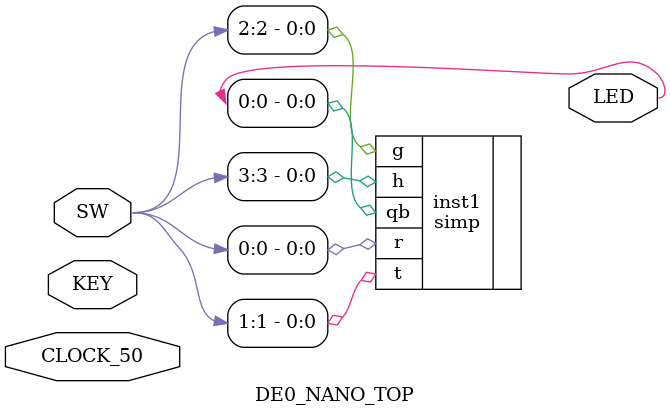
<source format=v>


module DE0_NANO_TOP(

	//////////// CLOCK //////////
	CLOCK_50,

	//////////// LED //////////
	LED,

	//////////// KEY //////////
	KEY,

	//////////// SW //////////
	SW
);

//=======================================================
//  PARAMETER declarations
//=======================================================


//=======================================================
//  PORT declarations
//=======================================================

//////////// CLOCK //////////
input 		          		CLOCK_50;

//////////// LED //////////
output		     [7:0]		LED;

//////////// KEY //////////
input 		     [1:0]		KEY;

//////////// SW //////////
input 		     [3:0]		SW;



//=======================================================
//  REG/WIRE declarations
//=======================================================



//=======================================================
//  Structural coding
//=======================================================


simp inst1(
	.r(SW[0]),
	.t(SW[1]),
	.g(SW[2]),
	.h(SW[3]),
	.qb(LED[0])
);


endmodule

</source>
